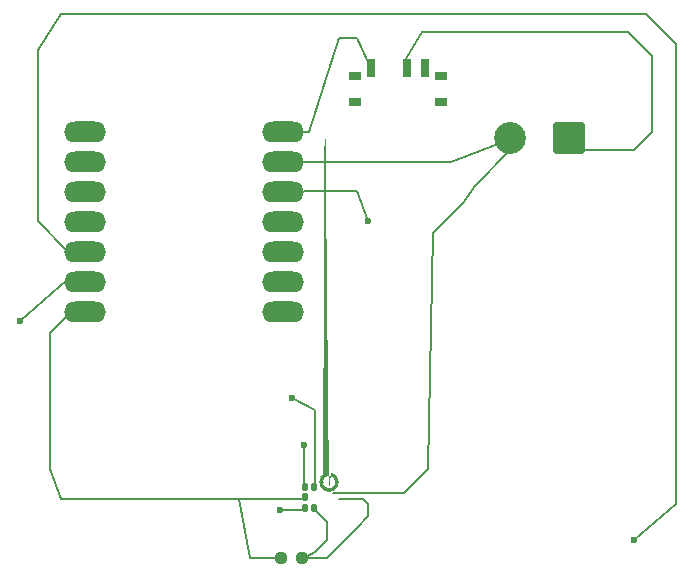
<source format=gbr>
%TF.GenerationSoftware,KiCad,Pcbnew,8.0.8*%
%TF.CreationDate,2025-02-12T10:11:29-08:00*%
%TF.ProjectId,514_pcb,3531345f-7063-4622-9e6b-696361645f70,rev?*%
%TF.SameCoordinates,Original*%
%TF.FileFunction,Copper,L1,Top*%
%TF.FilePolarity,Positive*%
%FSLAX46Y46*%
G04 Gerber Fmt 4.6, Leading zero omitted, Abs format (unit mm)*
G04 Created by KiCad (PCBNEW 8.0.8) date 2025-02-12 10:11:29*
%MOMM*%
%LPD*%
G01*
G04 APERTURE LIST*
G04 Aperture macros list*
%AMRoundRect*
0 Rectangle with rounded corners*
0 $1 Rounding radius*
0 $2 $3 $4 $5 $6 $7 $8 $9 X,Y pos of 4 corners*
0 Add a 4 corners polygon primitive as box body*
4,1,4,$2,$3,$4,$5,$6,$7,$8,$9,$2,$3,0*
0 Add four circle primitives for the rounded corners*
1,1,$1+$1,$2,$3*
1,1,$1+$1,$4,$5*
1,1,$1+$1,$6,$7*
1,1,$1+$1,$8,$9*
0 Add four rect primitives between the rounded corners*
20,1,$1+$1,$2,$3,$4,$5,0*
20,1,$1+$1,$4,$5,$6,$7,0*
20,1,$1+$1,$6,$7,$8,$9,0*
20,1,$1+$1,$8,$9,$2,$3,0*%
%AMFreePoly0*
4,1,53,0.180687,1.453641,0.352314,1.393587,0.506274,1.296847,0.634847,1.168274,0.731587,1.014314,0.791641,0.842687,0.812000,0.662000,0.791641,0.481313,0.731587,0.309686,0.634847,0.155726,0.506274,0.027153,0.352314,-0.069587,0.180687,-0.129641,0.000000,-0.150000,-0.180687,-0.129641,-0.352314,-0.069587,-0.506274,0.027153,-0.634847,0.155726,-0.731587,0.309686,-0.791641,0.481313,
-0.812000,0.662000,-0.517265,0.662000,-0.496312,0.516270,-0.435151,0.382345,-0.338737,0.271077,-0.214880,0.191479,-0.073614,0.150000,0.073614,0.150000,0.214880,0.191479,0.338737,0.271077,0.435151,0.382345,0.496312,0.516270,0.517265,0.662000,0.496312,0.807730,0.435151,0.941655,0.338737,1.052923,0.214880,1.132521,0.073614,1.174000,-0.073614,1.174000,-0.214880,1.132521,
-0.338737,1.052923,-0.435151,0.941655,-0.496312,0.807730,-0.517265,0.662000,-0.812000,0.662000,-0.791641,0.842687,-0.731587,1.014314,-0.634847,1.168274,-0.506274,1.296847,-0.352314,1.393587,-0.180687,1.453641,0.000000,1.474000,0.180687,1.453641,0.180687,1.453641,$1*%
G04 Aperture macros list end*
%TA.AperFunction,Conductor*%
%ADD10C,0.200000*%
%TD*%
%TA.AperFunction,ComponentPad*%
%ADD11O,3.556000X1.778000*%
%TD*%
%TA.AperFunction,SMDPad,CuDef*%
%ADD12R,1.000000X0.800000*%
%TD*%
%TA.AperFunction,SMDPad,CuDef*%
%ADD13R,0.700000X1.500000*%
%TD*%
%TA.AperFunction,ComponentPad*%
%ADD14RoundRect,0.250001X1.099999X1.099999X-1.099999X1.099999X-1.099999X-1.099999X1.099999X-1.099999X0*%
%TD*%
%TA.AperFunction,ComponentPad*%
%ADD15C,2.700000*%
%TD*%
%TA.AperFunction,SMDPad,CuDef*%
%ADD16RoundRect,0.237500X-0.250000X-0.237500X0.250000X-0.237500X0.250000X0.237500X-0.250000X0.237500X0*%
%TD*%
%TA.AperFunction,SMDPad,CuDef*%
%ADD17RoundRect,0.130500X0.130500X-0.169500X0.130500X0.169500X-0.130500X0.169500X-0.130500X-0.169500X0*%
%TD*%
%TA.AperFunction,SMDPad,CuDef*%
%ADD18FreePoly0,180.000000*%
%TD*%
%TA.AperFunction,ViaPad*%
%ADD19C,0.600000*%
%TD*%
G04 APERTURE END LIST*
D10*
%TO.N,Net-(BT1-+)*%
X115500000Y-70000000D02*
X117000000Y-67500000D01*
%TO.N,Net-(MK1-WS)*%
X138500000Y-68500000D02*
X136000000Y-66000000D01*
%TO.N,Net-(MK1-VDD)*%
X107000000Y-106000000D02*
X107000000Y-102500000D01*
%TO.N,GND*%
X108500000Y-78500000D02*
X119500000Y-78500000D01*
%TO.N,Net-(BT1-+)*%
X135000000Y-77500000D02*
X136500000Y-76000000D01*
%TO.N,Net-(MK1-BCLK)*%
X108000000Y-99500000D02*
X108000000Y-106000000D01*
%TO.N,GND*%
X115500000Y-106500000D02*
X117500000Y-104500000D01*
%TO.N,Net-(BT1-+)*%
X135000000Y-77500000D02*
X130500000Y-77500000D01*
%TO.N,GND*%
X111500000Y-109500000D02*
X112500000Y-108500000D01*
X112500000Y-108500000D02*
X112500000Y-107500000D01*
%TO.N,Net-(SW1-A)*%
X107500000Y-76000000D02*
X106500000Y-76000000D01*
%TO.N,Net-(MK1-BCLK)*%
X83000000Y-92000000D02*
X87000000Y-88500000D01*
%TO.N,Net-(BT1-+)*%
X134500000Y-67500000D02*
X136500000Y-69500000D01*
%TO.N,GND*%
X119500000Y-78500000D02*
X123500000Y-77000000D01*
%TO.N,Net-(SW1-A)*%
X110000000Y-68000000D02*
X107500000Y-76000000D01*
%TO.N,GND*%
X109000000Y-112000000D02*
X107000000Y-112000000D01*
X120500000Y-82000000D02*
X121500000Y-80500000D01*
%TO.N,Net-(BT1-+)*%
X117000000Y-67500000D02*
X134500000Y-67500000D01*
%TO.N,Net-(MK1-DATA)*%
X85500000Y-93000000D02*
X87000000Y-91500000D01*
%TO.N,Net-(MK1-VDD)*%
X112500000Y-83500000D02*
X111500000Y-81000000D01*
%TO.N,GND*%
X108500000Y-78500000D02*
X105500000Y-78500000D01*
%TO.N,Net-(MK1-WS)*%
X105000000Y-108000000D02*
X107000000Y-108000000D01*
%TO.N,Net-(MK1-DATA)*%
X102500000Y-112000000D02*
X101500000Y-107000000D01*
%TO.N,Net-(MK1-WS)*%
X84500000Y-69000000D02*
X86500000Y-66000000D01*
X136000000Y-66000000D02*
X86500000Y-66000000D01*
%TO.N,GND*%
X109000000Y-110500000D02*
X108000000Y-111500000D01*
%TO.N,Net-(MK1-DATA)*%
X85500000Y-99500000D02*
X85500000Y-93000000D01*
X86500000Y-107000000D02*
X107000000Y-107000000D01*
%TO.N,GND*%
X121500000Y-80500000D02*
X124500000Y-77500000D01*
X118000000Y-84500000D02*
X120500000Y-82000000D01*
X108000000Y-108000000D02*
X109000000Y-109000000D01*
%TO.N,Net-(SW1-A)*%
X112500000Y-70000000D02*
X111500000Y-68000000D01*
%TO.N,GND*%
X108000000Y-111500000D02*
X107000000Y-112000000D01*
X112500000Y-107500000D02*
X112000000Y-107000000D01*
%TO.N,Net-(MK1-DATA)*%
X85500000Y-99500000D02*
X85500000Y-104500000D01*
%TO.N,GND*%
X111500000Y-109500000D02*
X109000000Y-112000000D01*
%TO.N,Net-(MK1-DATA)*%
X102500000Y-112000000D02*
X105000000Y-112000000D01*
%TO.N,Net-(MK1-VDD)*%
X107000000Y-81000000D02*
X111500000Y-81000000D01*
%TO.N,Net-(MK1-WS)*%
X135000000Y-110500000D02*
X138500000Y-107500000D01*
%TO.N,GND*%
X109000000Y-109000000D02*
X109000000Y-110500000D01*
%TO.N,Net-(MK1-DATA)*%
X86500000Y-107000000D02*
X85500000Y-104500000D01*
%TO.N,Net-(MK1-WS)*%
X84500000Y-83500000D02*
X87000000Y-86000000D01*
%TO.N,GND*%
X109500000Y-106500000D02*
X115500000Y-106500000D01*
%TO.N,Net-(MK1-BCLK)*%
X108000000Y-99500000D02*
X106000000Y-98500000D01*
%TO.N,GND*%
X118000000Y-84500000D02*
X117500000Y-104500000D01*
%TO.N,Net-(SW1-A)*%
X111500000Y-68000000D02*
X110000000Y-68000000D01*
%TO.N,Net-(MK1-WS)*%
X84500000Y-69000000D02*
X84500000Y-83500000D01*
%TO.N,GND*%
X112000000Y-107000000D02*
X110000000Y-107000000D01*
%TO.N,Net-(BT1-+)*%
X136500000Y-69500000D02*
X136500000Y-76000000D01*
%TO.N,Net-(MK1-WS)*%
X138500000Y-107500000D02*
X138500000Y-68500000D01*
%TD*%
D11*
%TO.P,U1,1,GPIO1_A0_D0*%
%TO.N,unconnected-(U1-GPIO1_A0_D0-Pad1)*%
X88498000Y-75960000D03*
%TO.P,U1,2,GPIO2_A1_D1*%
%TO.N,unconnected-(U1-GPIO2_A1_D1-Pad2)*%
X88498000Y-78500000D03*
%TO.P,U1,3,GPIO3_A2_D2*%
%TO.N,unconnected-(U1-GPIO3_A2_D2-Pad3)*%
X88498000Y-81040000D03*
%TO.P,U1,4,GPIO4_A3_D3*%
%TO.N,unconnected-(U1-GPIO4_A3_D3-Pad4)*%
X88498000Y-83580000D03*
%TO.P,U1,5,GPIO4_A3_D3_SDA*%
%TO.N,Net-(MK1-WS)*%
X88498000Y-86120000D03*
%TO.P,U1,6,GPIO6_A5_D5_SCL*%
%TO.N,Net-(MK1-BCLK)*%
X88498000Y-88660000D03*
%TO.P,U1,7,GPIO43_TX_D6*%
%TO.N,Net-(MK1-DATA)*%
X88498000Y-91200000D03*
%TO.P,U1,8,5V*%
%TO.N,Net-(SW1-A)*%
X105262000Y-75960000D03*
%TO.P,U1,9,GND*%
%TO.N,GND*%
X105262000Y-78500000D03*
%TO.P,U1,10,3V3*%
%TO.N,Net-(MK1-VDD)*%
X105262000Y-81040000D03*
%TO.P,U1,11,GPIO9_A10_D10_COPI*%
%TO.N,unconnected-(U1-GPIO9_A10_D10_COPI-Pad11)*%
X105262000Y-83580000D03*
%TO.P,U1,12,GPIO8_A9_D9_CIPO*%
%TO.N,unconnected-(U1-GPIO8_A9_D9_CIPO-Pad12)*%
X105262000Y-86120000D03*
%TO.P,U1,13,GPIO7_A8_D8_SCK*%
%TO.N,unconnected-(U1-GPIO7_A8_D8_SCK-Pad13)*%
X105262000Y-88660000D03*
%TO.P,U1,14,GPIO44_D7_RX*%
%TO.N,unconnected-(U1-GPIO44_D7_RX-Pad14)*%
X105262000Y-91200000D03*
%TD*%
D12*
%TO.P,SW1,*%
%TO.N,*%
X111350000Y-71220000D03*
X111350000Y-73430000D03*
X118650000Y-71220000D03*
X118650000Y-73430000D03*
D13*
%TO.P,SW1,1,A*%
%TO.N,Net-(SW1-A)*%
X112750000Y-70570000D03*
%TO.P,SW1,2,B*%
%TO.N,Net-(BT1-+)*%
X115750000Y-70570000D03*
%TO.P,SW1,3,C*%
%TO.N,unconnected-(SW1-C-Pad3)*%
X117250000Y-70570000D03*
%TD*%
D14*
%TO.P,BT1,1,+*%
%TO.N,Net-(BT1-+)*%
X129500000Y-76500000D03*
D15*
%TO.P,BT1,2,-*%
%TO.N,GND*%
X124500000Y-76500000D03*
%TD*%
D16*
%TO.P,R1,1*%
%TO.N,Net-(MK1-DATA)*%
X105087500Y-112000000D03*
%TO.P,R1,2*%
%TO.N,GND*%
X106912500Y-112000000D03*
%TD*%
D17*
%TO.P,MK1,1,WS*%
%TO.N,Net-(MK1-WS)*%
X107094000Y-107800000D03*
%TO.P,MK1,2,SEL*%
%TO.N,GND*%
X107916000Y-107800000D03*
D18*
%TO.P,MK1,3,GND*%
X109168000Y-106238000D03*
D17*
%TO.P,MK1,4,BCLK*%
%TO.N,Net-(MK1-BCLK)*%
X107916000Y-106000000D03*
%TO.P,MK1,5,VDD*%
%TO.N,Net-(MK1-VDD)*%
X107094000Y-106000000D03*
%TO.P,MK1,6,DATA*%
%TO.N,Net-(MK1-DATA)*%
X107094000Y-106900000D03*
%TD*%
D19*
%TO.N,Net-(MK1-VDD)*%
X107000000Y-102500000D03*
X112500000Y-83500000D03*
%TO.N,Net-(MK1-WS)*%
X105000000Y-108000000D03*
X135000000Y-110500000D03*
%TO.N,Net-(MK1-BCLK)*%
X83000000Y-92000000D03*
X106000000Y-98500000D03*
%TD*%
M02*

</source>
